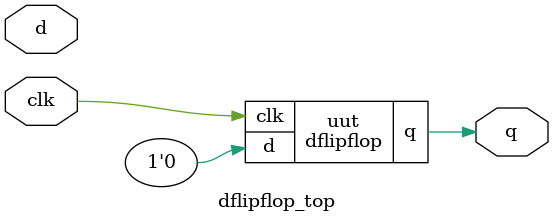
<source format=v>
module dflipflop(
  input wire clk, d,
  output reg q
);
  reg [0:0] i;
  always @(posedge clk)
    begin
      q <= d;
    end
endmodule

module dflipflop_top(
  input clk, d,
  output q
);
  dflipflop uut(clk, 0, q);
endmodule
</source>
